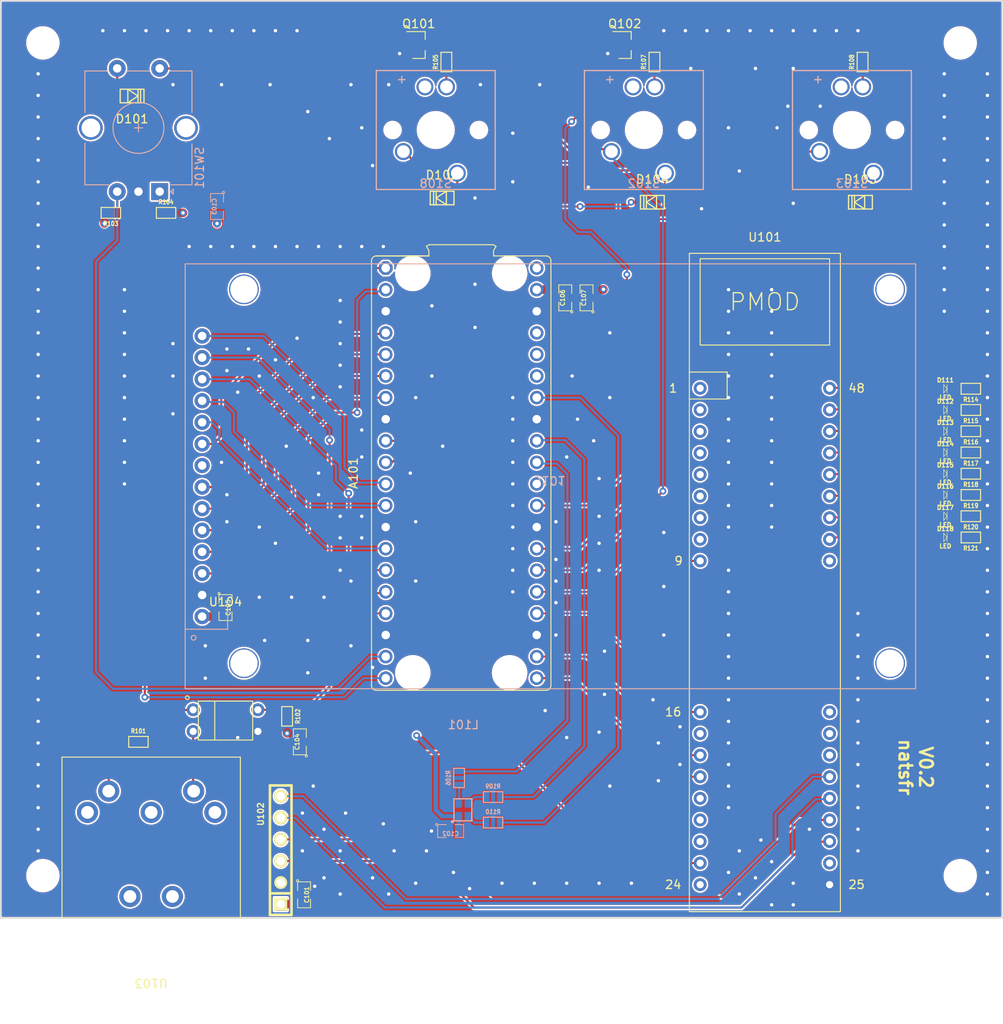
<source format=kicad_pcb>
(kicad_pcb (version 20221018) (generator pcbnew)
  (layers (0 "F.Cu" signal) (1 "In1.Cu" signal) (2 "In2.Cu" signal) (31 "B.Cu" signal) (34 "B.Paste" user) (35 "F.Paste" user) (36 "B.SilkS" user "B.Silkscreen") (37 "F.SilkS" user "F.Silkscreen") (38 "B.Mask" user) (39 "F.Mask" user) (44 "Edge.Cuts" user))
  (net 0 "")
  (net 1 "/SCR_SPI0_MISO")
  (net 2 "/SCR_SPI0_~{CS}")
  (net 3 "GND")
  (net 4 "/SCR_SPI0_SCK")
  (net 5 "/SCR_SPI0_MOSI")
  (net 6 "/SCR_DC_RS")
  (net 7 "/SCR_~{RESET}")
  (net 8 "/TCH_SPI1_~{CS}")
  (net 9 "/MIDI_UART")
  (net 10 "/TCH_SPI0_SCK")
  (net 11 "/TCH_SPI1_MOSI")
  (net 12 "/DSPI_SCK")
  (net 13 "/DSPI_CS")
  (net 14 "/DSPI_MOSI0")
  (net 15 "/DSPI_MOSI1")
  (net 16 "/TCH_SPI1_MISO")
  (net 17 "/TCH_IRQ")
  (net 18 "/KEY_LEDS")
  (net 20 "/ENC_B")
  (net 21 "/ENC_A")
  (net 23 "+3V3")
  (net 25 "+5V")
  (net 26 "/I2S_MCK")
  (net 27 "/I2S_LRCK")
  (net 28 "/I2S_SCK")
  (net 29 "/I2S_SD")
  (net 30 "Net-(R101-Pad1)")
  (net 31 "Net-(R101-Pad2)")
  (net 32 "/ROW_0")
  (net 36 "Net-(U103-Pad5)")
  (net 37 "/ROW_1")
  (net 38 "/COL_0")
  (net 39 "/COL_1")
  (net 40 "Net-(D101-PadA)")
  (net 41 "Net-(D102-PadA)")
  (net 42 "Net-(D104-PadA)")
  (net 43 "Net-(D105-PadA)")
  (net 44 "Net-(R105-Pad1)")
  (net 45 "Net-(D111-PadA)")
  (net 46 "Net-(D111-PadK)")
  (net 47 "Net-(D112-PadA)")
  (net 48 "Net-(D112-PadK)")
  (net 49 "Net-(D113-PadA)")
  (net 50 "Net-(D113-PadK)")
  (net 51 "Net-(D114-PadA)")
  (net 52 "Net-(D114-PadK)")
  (net 53 "Net-(D115-PadA)")
  (net 54 "Net-(D115-PadK)")
  (net 55 "Net-(D116-PadA)")
  (net 56 "Net-(D116-PadK)")
  (net 57 "Net-(D117-PadA)")
  (net 58 "Net-(D117-PadK)")
  (net 59 "Net-(D118-PadA)")
  (net 60 "Net-(D118-PadK)")
  (net 61 "Net-(R107-Pad1)")
  (net 62 "Net-(R108-Pad1)")
  (net 63 "Net-(A101-Pad31)")
  (net 64 "Net-(L101-Pad2)")
  (net 65 "Net-(L101-Pad3)")
  (net 66 "Net-(L101-Pad4)")
  (net 74 "unconnected-(U101-Pad17)")
  (net 76 "unconnected-(U101-Pad21)")
  (net 78 "Net-(Q101-Pad3)")
  (net 84 "Net-(Q102-Pad3)")
  (net 86 "Net-(R109-Pad1)")
  (net 87 "Net-(R110-Pad1)")
  (footprint "Module:Raspberry_Pi_Pico_THT" (layer "F.Cu") (at 132.36 63.5)
    (fp_text reference "A101")
    (fp_text value "RaspberryPi-Pico")
  )
  (footprint "Mounting_Holes:3.45MM_NOTPLATED" (layer "F.Cu") (at 92 37)
    (fp_text reference "REF**" hide)
    (fp_text value "3.45MM_NOTPLATED" hide)
  )
  (footprint "General_SMD:SM0805" (layer "F.Cu") (at 122.25 119.25 90)
    (fp_text reference "C104")
    (fp_text value "4.7uF" hide)
  )
  (footprint "General_SMD:SM0603" (layer "F.Cu") (at 201.25 92.7 180)
    (fp_text reference "R120")
    (fp_text value "470" hide)
  )
  (footprint "General_SMD:SM0805" (layer "F.Cu") (at 156 67 90)
    (fp_text reference "C107")
    (fp_text value "4.7uF" hide)
  )
  (footprint "General_SMD:SM0603" (layer "F.Cu") (at 103.25 119.25)
    (fp_text reference "R101")
    (fp_text value "220" hide)
  )
  (footprint "General_SMD:SOD-123" (layer "F.Cu") (at 188.25 55.75)
    (fp_text reference "D105")
    (fp_text value "BAT43W" hide)
  )
  (footprint "Mounting_Holes:3.45MM_NOTPLATED" (layer "F.Cu") (at 92 135)
    (fp_text reference "REF**" hide)
    (fp_text value "3.45MM_NOTPLATED" hide)
  )
  (footprint "Connectors_Lumberg:Lumberg_010505" (layer "F.Cu") (at 104.75 137.45 180)
    (fp_text reference "U103")
    (fp_text value "Lumberg_0105_05")
  )
  (footprint "General_SMD:LED-0603" (layer "F.Cu") (at 198.25 87.7)
    (fp_text reference "D115")
    (fp_text value "LED")
  )
  (footprint "General_SMD:LED-0603" (layer "F.Cu") (at 198.25 85.2)
    (fp_text reference "D114")
    (fp_text value "LED")
  )
  (footprint "General_SMD:SM0603" (layer "F.Cu") (at 139.5 39.25 90)
    (fp_text reference "R105")
    (fp_text value "220" hide)
  )
  (footprint "General_SMD:SM0603" (layer "F.Cu") (at 201.25 77.7 180)
    (fp_text reference "R114")
    (fp_text value "470" hide)
  )
  (footprint "General_SMD:SM0603" (layer "F.Cu") (at 188.5 39.25 90)
    (fp_text reference "R108")
    (fp_text value "220" hide)
  )
  (footprint "SOT:SOT-23" (layer "F.Cu") (at 136.25 37.25)
    (fp_text reference "Q101")
    (fp_text value "BSS138")
  )
  (footprint "General_SMD:SM0603" (layer "F.Cu") (at 100 57 180)
    (fp_text reference "R103")
    (fp_text value "10k" hide)
  )
  (footprint "Mounting_Holes:3.45MM_NOTPLATED" (layer "F.Cu") (at 200 37)
    (fp_text reference "REF**" hide)
    (fp_text value "3.45MM_NOTPLATED" hide)
  )
  (footprint "General_SMD:SM0603" (layer "F.Cu") (at 201.25 85.2 180)
    (fp_text reference "R117")
    (fp_text value "470" hide)
  )
  (footprint "Optocoupler:TLP620" (layer "F.Cu") (at 113.5 116.75)
    (fp_text reference "U104")
    (fp_text value "Opto-coupler")
  )
  (footprint "General_SMD:LED-0603" (layer "F.Cu") (at 198.25 92.7)
    (fp_text reference "D117")
    (fp_text value "LED")
  )
  (footprint "General_SMD:SOD-123" (layer "F.Cu") (at 139 55.25)
    (fp_text reference "D102")
    (fp_text value "BAT43W" hide)
  )
  (footprint "General_SMD:SM0603" (layer "F.Cu") (at 201.25 82.7 180)
    (fp_text reference "R116")
    (fp_text value "470" hide)
  )
  (footprint "General_SMD:SOD-123" (layer "F.Cu") (at 102.5 43.25 180)
    (fp_text reference "D101")
    (fp_text value "BAT43W" hide)
  )
  (footprint "General_SMD:SM0603" (layer "F.Cu") (at 201.25 95.2 180)
    (fp_text reference "R121")
    (fp_text value "470" hide)
  )
  (footprint "General_SMD:SOD-123" (layer "F.Cu") (at 163.75 55.75)
    (fp_text reference "D104")
    (fp_text value "BAT43W" hide)
  )
  (footprint "General_SMD:LED-0603" (layer "F.Cu") (at 198.25 77.7)
    (fp_text reference "D111")
    (fp_text value "LED")
  )
  (footprint "General_SMD:LED-0603" (layer "F.Cu") (at 198.25 82.7)
    (fp_text reference "D113")
    (fp_text value "LED")
  )
  (footprint "Connectors_254mm:pin_array_6x1" (layer "F.Cu") (at 120 132 90)
    (fp_text reference "U102")
    (fp_text value "CS4344_cheap" hide)
  )
  (footprint "General_SMD:SM0805" (layer "F.Cu") (at 113.5 103.4525 -90)
    (fp_text reference "C105")
    (fp_text value "4.7uF" hide)
  )
  (footprint "General_SMD:SM0805" (layer "F.Cu") (at 153.5 67 90)
    (fp_text reference "C106")
    (fp_text value "4.7uF" hide)
  )
  (footprint "General_SMD:SM0603" (layer "F.Cu") (at 201.25 87.7 180)
    (fp_text reference "R118")
    (fp_text value "470" hide)
  )
  (footprint "General_SMD:SM0603" (layer "F.Cu") (at 201.25 90.2 180)
    (fp_text reference "R119")
    (fp_text value "470" hide)
  )
  (footprint "Mounting_Holes:3.45MM_NOTPLATED" (layer "F.Cu") (at 200 135)
    (fp_text reference "REF**" hide)
    (fp_text value "3.45MM_NOTPLATED" hide)
  )
  (footprint "SOT:SOT-23" (layer "F.Cu") (at 160.5 37.25)
    (fp_text reference "Q102")
    (fp_text value "BSS138")
  )
  (footprint "General_SMD:SM0805" (layer "F.Cu") (at 122.75 137.25 -90)
    (fp_text reference "C101")
    (fp_text value "4.7uF" hide)
  )
  (footprint "Xilinx:MOD_CMOD_S7" (layer "F.Cu") (at 177 100.5)
    (fp_text reference "U101")
    (fp_text value "CMOD_S7")
  )
  (footprint "General_SMD:SM0603" (layer "F.Cu") (at 120.75 116.25 -90)
    (fp_text reference "R102")
    (fp_text value "1k" hide)
  )
  (footprint "General_SMD:SM0603" (layer "F.Cu") (at 164 39.25 90)
    (fp_text reference "R107")
    (fp_text value "220" hide)
  )
  (footprint "General_SMD:LED-0603" (layer "F.Cu") (at 198.25 95.2)
    (fp_text reference "D118")
    (fp_text value "LED")
  )
  (footprint "General_SMD:SM0603" (layer "F.Cu") (at 201.25 80.2 180)
    (fp_text reference "R115")
    (fp_text value "470" hide)
  )
  (footprint "General_SMD:LED-0603" (layer "F.Cu") (at 198.25 90.2)
    (fp_text reference "D116")
    (fp_text value "LED")
  )
  (footprint "General_SMD:SM0603" (layer "F.Cu") (at 106.5 57)
    (fp_text reference "R104")
    (fp_text value "10k" hide)
  )
  (footprint "General_SMD:LED-0603" (layer "F.Cu") (at 198.25 80.2)
    (fp_text reference "D112")
    (fp_text value "LED")
  )
  (footprint "Cherry:MX1A-x1-xW" (layer "B.Cu") (at 162.75 47.25)
    (fp_text reference "S102")
    (fp_text value "MX1A-x1-xW")
  )
  (footprint "Screens:ILI9341_MSP2807" (layer "B.Cu") (at 151.75 88)
    (fp_text reference "J101")
    (fp_text value "Conn_01x14")
  )
  (footprint "Rotary_Encoder:RotaryEncoder_Alps_EC12E-Switch_Vertical_H20mm_CircularMountingHoles" (layer "B.Cu") (at 105.75 54.5 90)
    (fp_text reference "SW101")
    (fp_text value "RotaryEncoder_Switch")
  )
  (footprint "General_SMD:SM0603" (layer "B.Cu") (at 141 123.5 -90)
    (fp_text reference "R106")
    (fp_text value "220" hide)
  )
  (footprint "General_SMD:SM0805" (layer "B.Cu") (at 140 129.75)
    (fp_text reference "C102")
    (fp_text value "4.7uF" hide)
  )
  (footprint "General_SMD:SM0603" (layer "B.Cu") (at 145 125.75 180)
    (fp_text reference "R109")
    (fp_text value "220" hide)
  )
  (footprint "Cherry:MX1A-x1-xW" (layer "B.Cu") (at 138.25 47.25)
    (fp_text reference "S108")
    (fp_text value "MX1A-x1-xW")
  )
  (footprint "General_SMD:SM0603" (layer "B.Cu") (at 145 128.75 180)
    (fp_text reference "R110")
    (fp_text value "220" hide)
  )
  (footprint "Cherry:MX1A-x1-xW" (layer "B.Cu") (at 187.25 47.25)
    (fp_text reference "S103")
    (fp_text value "MX1A-x1-xW")
  )
  (footprint "General_SMD:SM0805" (layer "B.Cu") (at 112.5 56.25 -90)
    (fp_text reference "C103")
    (fp_text value "4.7uF" hide)
  )
  (footprint "Cree:CLMVC-FKA_RGBLED" (layer "B.Cu") (at 141.5 127.25 180)
    (fp_text reference "L101")
    (fp_text value "LED_RGB")
  )
  (gr_rect (start 87 32) (end 205 140) (stroke (width 0.1)) (fill none) (layer "Edge.Cuts"))
  (gr_text "V0.2\nnatsfr" (at 194.75 122.25 270) (layer "F.SilkS") (effects (font (size 1.5 1.5) (thickness 0.3))))
  (segment (start 110.75 84.19) (end 112.06 84.19) (width 0.25) (layer "F.Cu") (net 1))
  (segment (start 128 63.5) (end 132.36 63.5) (width 0.25) (layer "F.Cu") (net 1))
  (segment (start 113 78.5) (end 128 63.5) (width 0.25) (layer "F.Cu") (net 1))
  (segment (start 112.06 84.19) (end 113 83.25) (width 0.25) (layer "F.Cu") (net 1))
  (segment (start 113 83.25) (end 113 78.5) (width 0.25) (layer "F.Cu") (net 1))
  (segment (start 126.25 80.5) (end 129 80.5) (width 0.25) (layer "F.Cu") (net 2))
  (segment (start 123.25 83.5) (end 126.25 80.5) (width 0.25) (layer "F.Cu") (net 2))
  (segment (start 123.25 94.5) (end 123.25 83.5) (width 0.25) (layer "F.Cu") (net 2))
  (segment (start 118.32 99.43) (end 123.25 94.5) (width 0.25) (layer "F.Cu") (net 2))
  (segment (start 110.75 99.43) (end 118.32 99.43) (width 0.25) (layer "F.Cu") (net 2))
  (via (at 129 80.5) (size 0.8) (drill 0.4) (layers "F.Cu" "B.Cu") (net 2))
  (segment (start 129 67.25) (end 130 66.25) (width 0.25) (layer "B.Cu") (net 2))
  (segment (start 132.15 66.25) (end 132.36 66.04) (width 0.25) (layer "B.Cu") (net 2))
  (segment (start 130 66.25) (end 132.15 66.25) (width 0.25) (layer "B.Cu") (net 2))
  (segment (start 129 80.5) (end 129 67.25) (width 0.25) (layer "B.Cu") (net 2))
  (segment (start 134.05 38.2) (end 134 38.25) (width 0.25) (layer "F.Cu") (net 3))
  (segment (start 122.75 136.2975) (end 123.9525 136.2975) (width 0.25) (layer "F.Cu") (net 3))
  (segment (start 159.5 38.2) (end 158.55 38.2) (width 0.25) (layer "F.Cu") (net 3))
  (segment (start 135.25 38.2) (end 134.05 38.2) (width 0.25) (layer "F.Cu") (net 3))
  (segment (start 123.9525 136.2975) (end 124 136.25) (width 0.25) (layer "F.Cu") (net 3))
  (segment (start 158.55 38.2) (end 158.5 38.25) (width 0.25) (layer "F.Cu") (net 3))
  (via (at 132.08 60.96) (size 0.8) (drill 0.4) (layers "F.Cu" "B.Cu") (net 3))
  (via (at 158.115 113.665) (size 0.8) (drill 0.4) (layers "F.Cu" "B.Cu") (net 3))
  (via (at 132.715 137.16) (size 0.8) (drill 0.4) (layers "F.Cu" "B.Cu") (net 3))
  (via (at 172.72 73.66) (size 0.8) (drill 0.4) (layers "F.Cu" "B.Cu") (net 3))
  (via (at 125.095 135.255) (size 0.8) (drill 0.4) (layers "F.Cu" "B.Cu") (net 3))
  (via (at 172.72 93.98) (size 0.8) (drill 0.4) (layers "F.Cu" "B.Cu") (net 3))
  (via (at 113.03 41.91) (size 0.8) (drill 0.4) (layers "F.Cu" "B.Cu") (net 3))
  (via (at 121.92 71.755) (size 0.8) (drill 0.4) (layers "F.Cu" "B.Cu") (net 3))
  (via (at 177.8 133.35) (size 0.8) (drill 0.4) (layers "F.Cu" "B.Cu") (net 3))
  (via (at 177.8 66.04) (size 0.8) (drill 0.4) (layers "F.Cu" "B.Cu") (net 3))
  (via (at 198.12 50.8) (size 0.8) (drill 0.4) (layers "F.Cu" "B.Cu") (net 3))
  (via (at 101.6 71.12) (size 0.8) (drill 0.4) (layers "F.Cu" "B.Cu") (net 3))
  (via (at 177.8 88.9) (size 0.8) (drill 0.4) (layers "F.Cu" "B.Cu") (net 3))
  (via (at 157.48 99.06) (size 0.8) (drill 0.4) (layers "F.Cu" "B.Cu") (net 3))
  (via (at 198.12 48.26) (size 0.8) (drill 0.4) (layers "F.Cu" "B.Cu") (net 3))
  (via (at 187.96 116.84) (size 0.8) (drill 0.4) (layers "F.Cu" "B.Cu") (net 3))
  (via (at 91.44 48.26) (size 0.8) (drill 0.4) (layers "F.Cu" "B.Cu") (net 3))
  (via (at 137.795 76.2) (size 0.8) (drill 0.4) (layers "F.Cu" "B.Cu") (net 3))
  (via (at 91.44 106.68) (size 0.8) (drill 0.4) (layers "F.Cu" "B.Cu") (net 3))
  (via (at 127 77.47) (size 0.8) (drill 0.4) (layers "F.Cu" "B.Cu") (net 3))
  (via (at 109.220001 35.56) (size 0.8) (drill 0.4) (layers "F.Cu" "B.Cu") (net 3))
  (via (at 147.32 99.06) (size 0.8) (drill 0.4) (layers "F.Cu" "B.Cu") (net 3))
  (via (at 203.2 127) (size 0.8) (drill 0.4) (layers "F.Cu" "B.Cu") (net 3))
  (via (at 113.665 73.025) (size 0.8) (drill 0.4) (layers "F.Cu" "B.Cu") (net 3))
  (via (at 117.475 76.2) (size 0.8) (drill 0.4) (layers "F.Cu" "B.Cu") (net 3))
  (via (at 142.875 65.405) (size 0.8) (drill 0.4) (layers "F.Cu" "B.Cu") (net 3))
  (via (at 177.8 138.43) (size 0.8) (drill 0.4) (layers "F.Cu" "B.Cu") (net 3))
  (via (at 170.18 35.56) (size 0.8) (drill 0.4) (layers "F.Cu" "B.Cu") (net 3))
  (via (at 147.32 101.6) (size 0.8) (drill 0.4) (layers "F.Cu" "B.Cu") (net 3))
  (via (at 119.38 74.295) (size 0.8) (drill 0.4) (layers "F.Cu" "B.Cu") (net 3))
  (via (at 152.4 97.79) (size 0.8) (drill 0.4) (layers "F.Cu" "B.Cu") (net 3))
  (via (at 203.2 121.92) (size 0.8) (drill 0.4) (layers "F.Cu" "B.Cu") (net 3))
  (via (at 198.12 40.64) (size 0.8) (drill 0.4) (layers "F.Cu" "B.Cu") (net 3))
  (via (at 91.44 55.88) (size 0.8) (drill 0.4) (layers "F.Cu" "B.Cu") (net 3))
  (via (at 111.76 60.96) (size 0.8) (drill 0.4) (layers "F.Cu" "B.Cu") (net 3))
  (via (at 127 92.71) (size 0.8) (drill 0.4) (layers "F.Cu" "B.Cu") (net 3))
  (via (at 172.72 124.46) (size 0.8) (drill 0.4) (layers "F.Cu" "B.Cu") (net 3))
  (via (at 187.96 129.54) (size 0.8) (drill 0.4) (layers "F.Cu" "B.Cu") (net 3))
  (via (at 172.72 46.99) (size 0.8) (drill 0.4) (layers "F.Cu" "B.Cu") (net 3))
  (via (at 121.920001 60.959999) (size 0.8) (drill 0.4) (layers "F.Cu" "B.Cu") (net 3))
  (via (at 173.99 52.07) (size 0.8) (drill 0.4) (layers "F.Cu" "B.Cu") (net 3))
  (via (at 113.665 90.17) (size 0.8) (drill 0.4) (layers "F.Cu" "B.Cu") (net 3))
  (via (at 116.84 35.56) (size 0.8) (drill 0.4) (layers "F.Cu" "B.Cu") (net 3))
  (via (at 182.88 35.56) (size 0.8) (drill 0.4) (layers "F.Cu" "B.Cu") (net 3))
  (via (at 168.275 40.005) (size 0.8) (drill 0.4) (layers "F.Cu" "B.Cu") (net 3))
  (via (at 101.6 83.82) (size 0.8) (drill 0.4) (layers "F.Cu" "B.Cu") (net 3))
  (via (at 127 137.16) (size 0.8) (drill 0.4) (layers "F.Cu" "B.Cu") (net 3))
  (via (at 91.44 96.52) (size 0.8) (drill 0.4) (layers "F.Cu" "B.Cu") (net 3))
  (via (at 177.8 73.66) (size 0.8) (drill 0.4) (layers "F.Cu" "B.Cu") (net 3))
  (via (at 129.539999 60.959999) (size 0.8) (drill 0.4) (layers "F.Cu" "B.Cu") (net 3))
  (via (at 99.060001 35.56) (size 0.8) (drill 0.4) (layers "F.Cu" "B.Cu") (net 3))
  (via (at 91.44 58.42) (size 0.8) (drill 0.4) (layers "F.Cu" "B.Cu") (net 3))
  (via (at 124 136.25) (size 0.8) (drill 0.4) (layers "F.Cu" "B.Cu") (net 3))
  (via (at 137.16 132.08) (size 0.8) (drill 0.4) (layers "F.Cu" "B.Cu") (net 3))
  (via (at 106.68 35.56) (size 0.8) (drill 0.4) (layers "F.Cu" "B.Cu") (net 3))
  (via (at 135.89 93.345) (size 0.8) (drill 0.4) (layers "F.Cu" "B.Cu") (net 3))
  (via (at 114.3 35.56) (size 0.8) (drill 0.4) (layers "F.Cu" "B.Cu") (net 3))
  (via (at 132.08 128.905) (size 0.8) (drill 0.4) (layers "F.Cu" "B.Cu") (net 3))
  (via (at 180.34 135.89) (size 0.8) (drill 0.4) (layers "F.Cu" "B.Cu") (net 3))
  (via (at 152.4 93.345) (size 0.8) (drill 0.4) (layers "F.Cu" "B.Cu") (net 3))
  (via (at 118.745 41.91) (size 0.8) (drill 0.4) (layers "F.Cu" "B.Cu") (net 3))
  (via (at 203.2 45.72) (size 0.8) (drill 0.4) (layers "F.Cu" "B.Cu") (net 3))
  (via (at 180.34 40.005) (size 0.8) (drill 0.4) (layers "F.Cu" "B.Cu") (net 3))
  (via (at 198.12 55.88) (size 0.8) (drill 0.4) (layers "F.Cu" "B.Cu") (net 3))
  (via (at 203.2 134.62) (size 0.8) (drill 0.4) (layers "F.Cu" "B.Cu") (net 3))
  (via (at 151.13 115.57) (size 0.8) (drill 0.4) (layers "F.Cu" "B.Cu") (net 3))
  (via (at 128.27 100.33) (size 0.8) (drill 0.4) (layers "F.Cu" "B.Cu") (net 3))
  (via (at 114.935 78.105) (size 0.8) (drill 0.4) (layers "F.Cu" "B.Cu") (net 3))
  (via (at 121.92 35.56) (size 0.8) (drill 0.4) (layers "F.Cu" "B.Cu") (net 3))
  (via (at 127 99.06) (size 0.8) (drill 0.4) (layers "F.Cu" "B.Cu") (net 3))
  (via (at 172.72 109.22) (size 0.8) (drill 0.4) (layers "F.Cu" "B.Cu") (net 3))
  (via (at 146.05 135.89) (size 0.8) (drill 0.4) (layers "F.Cu" "B.Cu") (net 3))
  (via (at 172.72 91.44) (size 0.8) (drill 0.4) (layers "F.Cu" "B.Cu") (net 3))
  (via (at 157.48 118.11) (size 0.8) (drill 0.4) (layers "F.Cu" "B.Cu") (net 3))
  (via (at 187.96 127) (size 0.8) (drill 0.4) (layers "F.Cu" "B.Cu") (net 3))
  (via (at 120.65 84.455) (size 0.8) (drill 0.4) (layers "F.Cu" "B.Cu") (net 3))
  (via (at 203.2 88.9) (size 0.8) (drill 0.4) (layers "F.Cu" "B.Cu") (net 3))
  (via (at 119.379999 35.559999) (size 0.8) (drill 0.4) (layers "F.Cu" "B.Cu") (net 3))
  (via (at 187.96 109.22) (size 0.8) (drill 0.4) (layers "F.Cu" "B.Cu") (net 3))
  (via (at 124.46 87.63) (size 0.8) (drill 0.4) (layers "F.Cu" "B.Cu") (net 3))
  (via (at 91.44 50.8) (size 0.8) (drill 0.4) (layers "F.Cu" "B.Cu") (net 3))
  (via (at 127.635 127.635) (size 0.8) (drill 0.4) (layers "F.Cu" "B.Cu") (net 3))
  (via (at 124.46 60.96) (size 0.8) (drill 0.4) (layers "F.Cu" "B.Cu") (net 3))
  (via (at 91.44 60.96) (size 0.8) (drill 0.4) (layers "F.Cu" "B.Cu") (net 3))
  (via (at 91.44 40.64) (size 0.8) (drill 0.4) (layers "F.Cu" "B.Cu") (net 3))
  (via (at 187.96 114.3) (size 0.8) (drill 0.4) (layers "F.Cu" "B.Cu") (net 3))
  (via (at 135.255 87.63) (size 0.8) (drill 0.4) (layers "F.Cu" "B.Cu") (net 3))
  (via (at 165.1 94.615) (size 0.8) (drill 0.4) (layers "F.Cu" "B.Cu") (net 3))
  (via (at 91.44 101.6) (size 0.8) (drill 0.4) (layers "F.Cu" "B.Cu") (net 3))
  (via (at 156.21 53.975) (size 0.8) (drill 0.4) (layers "F.Cu" "B.Cu") (net 3))
  (via (at 125.095 102.235) (size 0.8) (drill 0.4) (layers "F.Cu" "B.Cu") (net 3))
  (via (at 165.1 100.965) (size 0.8) (drill 0.4) (layers "F.Cu" "B.Cu") (net 3))
  (via (at 127 74.93) (size 0.8) (drill 0.4) (layers "F.Cu" "B.Cu") (net 3))
  (via (at 147.32 88.9) (size 0.8) (drill 0.4) (layers "F.Cu" "B.Cu") (net 3))
  (via (at 203.2 116.84) (size 0.8) (drill 0.4) (layers "F.Cu" "B.Cu") (net 3))
  (via (at 172.72 104.14) (size 0.8) (drill 0.4) (layers "F.Cu" "B.Cu") (net 3))
  (via (at 153.67 118.745) (size 0.8) (drill 0.4) (layers "F.Cu" "B.Cu") (net 3))
  (via (at 158.75 71.12) (size 0.8) (drill 0.4) (layers "F.Cu" "B.Cu") (net 3))
  (via (at 187.96 104.14) (size 0.8) (drill 0.4) (layers "F.Cu" "B.Cu") (net 3))
  (via (at 124.46 90.17) (size 0.8) (drill 0.4) (layers "F.Cu" "B.Cu") (net 3))
  (via (at 203.2 106.68) (size 0.8) (drill 0.4) (layers "F.Cu" "B.Cu") (net 3))
  (via (at 121.285 102.235) (size 0.8) (drill 0.4) (layers "F.Cu" "B.Cu") (net 3))
  (via (at 177.8 78.74) (size 0.8) (drill 0.4) (layers "F.Cu" "B.Cu") (net 3))
  (via (at 203.2 48.26) (size 0.8) (drill 0.4) (layers "F.Cu" "B.Cu") (net 3))
  (via (at 91.44 91.44) (size 0.8) (drill 0.4) (layers "F.Cu" "B.Cu") (net 3))
  (via (at 91.44 129.54) (size 0.8) (drill 0.4) (layers "F.Cu" "B.Cu") (net 3))
  (via (at 142.875 55.245) (size 0.8) (drill 0.4) (layers "F.Cu" "B.Cu") (net 3))
  (via (at 91.44 78.74) (size 0.8) (drill 0.4) (layers "F.Cu" "B.Cu") (net 3))
  (via (at 203.2 66.04) (size 0.8) (drill 0.4) (layers "F.Cu" "B.Cu") (net 3))
  (via (at 113.665 93.345) (size 0.8) (drill 0.4) (layers "F.Cu" "B.Cu") (net 3))
  (via (at 173.99 132.08) (size 0.8) (drill 0.4) (layers "F.Cu" "B.Cu") (net 3))
  (via (at 172.72 116.84) (size 0.8) (drill 0.4) (layers "F.Cu" "B.Cu") (net 3))
  (via (at 157.48 95.885) (size 0.8) (drill 0.4) (layers "F.Cu" "B.Cu") (net 3))
  (via (at 173.99 137.16) (size 0.8) (drill 0.4) (layers "F.Cu" "B.Cu") (net 3))
  (via (at 157.48 92.71) (size 0.8) (drill 0.4) (layers "F.Cu" "B.Cu") (net 3))
  (via (at 133.35 132.08) (size 0.8) (drill 0.4) (layers "F.Cu" "B.Cu") (net 3))
  (via (at 175.895 135.255) (size 0.8) (drill 0.4) (layers "F.Cu" "B.Cu") (net 3))
  (via (at 165.1 106.68) (size 0.8) (drill 0.4) (layers "F.Cu" "B.Cu") (net 3))
  (via (at 177.8 86.36) (size 0.8) (drill 0.4) (layers "F.Cu" "B.Cu") (net 3))
  (via (at 177.8 68.58) (size 0.8) (drill 0.4) (layers "F.Cu" "B.Cu") (net 3))
  (via (at 91.44 83.82) (size 0.8) (drill 0.4) (layers "F.Cu" "B.Cu") (net 3))
  (via (at 203.2 83.82) (size 0.8) (drill 0.4) (layers "F.Cu" "B.Cu") (net 3))
  (via (at 91.44 88.9) (size 0.8) (drill 0.4) (layers "F.Cu" "B.Cu") (net 3))
  (via (at 177.8 83.82) (size 0.8) (drill 0.4) (layers "F.Cu" "B.Cu") (net 3))
  (via (at 147.32 53.34) (size 0.8) (drill 0.4) (layers "F.Cu" "B.Cu") (net 3))
  (via (at 203.2 63.5) (size 0.8) (drill 0.4) (layers "F.Cu" "B.Cu") (net 3))
  (via (at 198.12 58.42) (size 0.8) (drill 0.4) (layers "F.Cu" "B.Cu") (net 3))
  (via (at 101.6 78.74) (size 0.8) (drill 0.4) (layers "F.Cu" "B.Cu") (net 3))
  (via (at 177.8 76.2) (size 0.8) (drill 0.4) (layers "F.Cu" "B.Cu") (net 3))
  (via (at 203.2 129.54) (size 0.8) (drill 0.4) (layers "F.Cu" "B.Cu") (net 3))
  (via (at 139.065 84.455) (size 0.8) (drill 0.4) (layers "F.Cu" "B.Cu") (net 3))
  (via (at 91.44 114.3) (size 0.8) (drill 0.4) (layers "F.Cu" "B.Cu") (net 3))
  (via (at 129.54 92.71) (size 0.8) (drill 0.4) (layers "F.Cu" "B.Cu") (net 3))
  (via (at 129.54 85.725) (size 0.8) (drill 0.4) (layers "F.Cu" "B.Cu") (net 3))
  (via (at 152.4 102.87) (size 0.8) (drill 0.4) (layers "F.Cu" "B.Cu") (net 3))
  (via (at 91.44 99.06) (size 0.8) (drill 0.4) (layers "F.Cu" "B.Cu") (net 3))
  (via (at 203.2 119.38) (size 0.8) (drill 0.4) (layers "F.Cu" "B.Cu") (net 3))
  (via (at 179.705 44.45) (size 0.8) (drill 0.4) (layers "F.Cu" "B.Cu") (net 3))
  (via (at 203.2 114.3) (size 0.8) (drill 0.4) (layers "F.Cu" "B.Cu") (net 3))
  (via (at 203.2 43.18) (size 0.8) (drill 0.4) (layers "F.Cu" "B.Cu") (net 3))
  (via (at 203.2 58.42) (size 0.8) (drill 0.4) (layers "F.Cu" "B.Cu") (net 3))
  (via (at 91.44 93.98) (size 0.8) (drill 0.4) (layers "F.Cu" "B.Cu") (net 3))
  (via (at 165.100001 35.56) (size 0.8) (drill 0.4) (layers "F.Cu" "B.Cu") (net 3))
  (via (at 203.2 104.14) (size 0.8) (drill 0.4) (layers "F.Cu" "B.Cu") (net 3))
  (via (at 143.51 41.91) (size 0.8) (drill 0.4) (layers "F.Cu" "B.Cu") (net 3))
  (via (at 183.515 44.45) (size 0.8) (drill 0.4) (layers "F.Cu" "B.Cu") (net 3))
  (via (at 130.81 135.255) (size 0.8) (drill 0.4) (layers "F.Cu" "B.Cu") (net 3))
  (via (at 117.475 93.98) (size 0.8) (drill 0.4) (layers "F.Cu" "B.Cu") (net 3))
  (via (at 91.44 71.12) (size 0.8) (drill 0.4) (layers "F.Cu" "B.Cu") (net 3))
  (via (at 122.555 127.635) (size 0.8) (drill 0.4) (layers "F.Cu" "B.Cu") (net 3))
  (via (at 177.800001 35.559999) (size 0.8) (drill 0.4) (layers "F.Cu" "B.Cu") (net 3))
  (via (at 175.895 40.005) (size 0.8) (drill 0.4) (layers "F.Cu" "B.Cu") (net 3))
  (via (at 122.555 132.08) (size 0.8) (drill 0.4) (layers "F.Cu" "B.Cu") (net 3))
  (via (at 203.2 73.66) (size 0.8) (drill 0.4) (layers "F.Cu" "B.Cu") (net 3))
  (via (at 111.125 107.95) (size 0.8) (drill 0.4) (layers "F.Cu" "B.Cu") (net 3))
  (via (at 198.12 60.96) (size 0.8) (drill 0.4) (layers "F.Cu" "B.Cu") (net 3))
  (via (at 172.72 111.76) (size 0.8) (drill 0.4) (layers "F.Cu" "B.Cu") (net 3))
  (via (at 203.2 40.64) (size 0.8) (drill 0.4) (layers "F.Cu" "B.Cu") (net 3))
  (via (at 132.715 41.91) (size 0.8) (drill 0.4) (layers "F.Cu" "B.Cu") (net 3))
  (via (at 203.2 78.74) (size 0.8) (drill 0.4) (layers "F.Cu" "B.Cu") (net 3))
  (via (at 203.2 68.58) (size 0.8) (drill 0.4) (layers "F.Cu" "B.Cu") (net 3))
  (via (at 107.315 72.39) (size 0.8) (drill 0.4) (layers "F.Cu" "B.Cu") (net 3))
  (via (at 127 60.96) (size 0.8) (drill 0.4) (layers "F.Cu" "B.Cu") (net 3))
  (via (at 156.845 83.82) (size 0.8) (drill 0.4) (layers "F.Cu" "B.Cu") (net 3))
  (via (at 149.86 135.89) (size 0.8) (drill 0.4) (layers "F.Cu" "B.Cu") (net 3))
  (via (at 91.44 116.84) (size 0.8) (drill 0.4) (layers "F.Cu" "B.Cu") (net 3))
  (via (at 172.72 71.12) (size 0.8) (drill 0.4) (layers "F.Cu" "B.Cu") (net 3))
  (via (at 198.12 68.58) (size 0.8) (drill 0.4) (layers "F.Cu" "B.Cu") (net 3))
  (via (at 198.12 45.72) (size 0.8) (drill 0.4) (layers "F.Cu" "B.Cu") (net 3))
  (via (at 135.89 135.89) (size 0.8) (drill 0.4) (layers "F.Cu" "B.Cu") (net 3))
  (via (at 137.795 67.945) (size 0.8) (drill 0.4) (layers "F.Cu" "B.Cu") (net 3))
  (via (at 187.96 35.56) (size 0.8) (drill 0.4) (layers "F.Cu" "B.Cu") (net 3))
  (via (at 203.2 99.06) (size 0.8) (drill 0.4) (layers "F.Cu" "B.Cu") (net 3))
  (via (at 153.67 85.725) (size 0.8) (drill 0.4) (layers "F.Cu" "B.Cu") (net 3))
  (via (at 180.34 138.43) (size 0.8) (drill 0.4) (layers "F.Cu" "B.Cu") (net 3))
  (via (at 203.2 101.6) (size 0.8) (drill 0.4) (layers "F.Cu" "B.Cu") (net 3))
  (via (at 91.44 76.2) (size 0.8) (drill 0.4) (layers "F.Cu" "B.Cu") (net 3))
  (via (at 172.72 114.3) (size 0.8) (drill 0.4) (layers "F.Cu" "B.Cu") (net 3))
  (via (at 178.435 46.99) (size 0.8) (drill 0.4) (layers "F.Cu" "B.Cu") (net 3))
  (via (at 91.44 119.38) (size 0.8) (drill 0.4) (layers "F.Cu" "B.Cu") (net 3))
  (via (at 123.825 124.46) (size 0.8) (drill 0.4) (layers "F.Cu" "B.Cu") (net 3))
  (via (at 152.4 106.68) (size 0.8) (drill 0.4) (layers "F.Cu" "B.Cu") (net 3))
  (via (at 180.34 35.56) (size 0.8) (drill 0.4) (layers "F.Cu" "B.Cu") (net 3))
  (via (at 101.6 73.66) (size 0.8) (drill 0.4) (layers "F.Cu" "B.Cu") (net 3))
  (via (at 91.44 53.34) (size 0.8) (drill 0.4) (layers "F.Cu" "B.Cu") (net 3))
  (via (at 128.27 107.95) (size 0.8) (drill 0.4) (layers "F.Cu" "B.Cu") (net 3))
  (via (at 114.935 118.745) (size 0.8) (drill 0.4) (layers "F.Cu" "B.Cu") (net 3))
  (via (at 101.6 88.9) (size 0.8) (drill 0.4) (layers "F.Cu" "B.Cu") (net 3))
  (via (at 147.32 91.44) (size 0.8) (drill 0.4) (layers "F.Cu" "B.Cu") (net 3))
  (via (at 203.2 111.76) (size 0.8) (drill 0.4) (layers "F.Cu" "B.Cu") (net 3))
  (via (at 147.32 83.82) (size 0.8) (drill 0.4) (layers "F.Cu" "B.Cu") (net 3))
  (via (at 91.44 127) (size 0.8) (drill 0.4) (layers "F.Cu" "B.Cu") (net 3))
  (via (at 157.48 135.89) (size 0.8) (drill 0.4) (layers "F.Cu" "B.Cu") (net 3))
  (via (at 163.83 114.3) (size 0.8) (drill 0.4) (layers "F.Cu" "B.Cu") (net 3))
  (via (at 203.2 96.52) (size 0.8) (drill 0.4) (layers "F.Cu" "B.Cu") (net 3))
  (via (at 182.245 129.54) (size 0.8) (drill 0.4) (layers "F.Cu" "B.Cu") (net 3))
  (via (at 130.81 51.435) (size 0.8) (drill 0.4) (layers "F.Cu" "B.Cu") (net 3))
  (via (at 91.44 121.92) (size 0.8) (drill 0.4) (layers "F.Cu" "B.Cu") (net 3))
  (via (at 175.260001 35.56) (size 0.8) (drill 0.4) (layers "F.Cu" "B.Cu") (net 3))
  (via (at 177.8 93.98) (size 0.8) (drill 0.4) (layers "F.Cu" "B.Cu") (net 3))
  (via (at 127 132.08) (size 0.8) (drill 0.4) (layers "F.Cu" "B.Cu") (net 3))
  (via (at 185.419999 35.559999) (size 0.8) (drill 0.4) (layers "F.Cu" "B.Cu") (net 3))
  (via (at 172.72 88.9) (size 0.8) (drill 0.4) (layers "F.Cu" "B.Cu") (net 3))
  (via (at 167.005 121.92) (size 0.8) (drill 0.4) (layers "F.Cu" "B.Cu") (net 3))
  (via (at 111.760001 35.559999) (size 0.8) (drill 0.4) (layers "F.Cu" "B.Cu") (net 3))
  (via (at 107.315 76.2) (size 0.8) (drill 0.4) (layers "F.Cu" "B.Cu") (net 3))
  (via (at 153.67 135.89) (size 0.8) (drill 0.4) (layers "F.Cu" "B.Cu") (net 3))
  (via (at 154.94 81.28) (size 0.8) (drill 0.4) (layers "F.Cu" "B.Cu") (net 3))
  (via (at 147.32 81.28) (size 0.8) (drill 0.4) (layers "F.Cu" "B.Cu") (net 3))
  (via (at 187.96 111.76) (size 0.8) (drill 0.4) (layers "F.Cu" "B.Cu") (net 3))
  (via (at 158.75 124.46) (size 0.8) (drill 0.4) (layers "F.Cu" "B.Cu") (net 3))
  (via (at 203.2 81.28) (size 0.8) (drill 0.4) (layers "F.Cu" "B.Cu") (net 3))
  (via (at 113.665 75.565) (size 0.8) (drill 0.4) (layers "F.Cu" "B.Cu") (net 3))
  (via (at 203.2 132.08) (size 0.8) (drill 0.4) (layers "F.Cu" "B.Cu") (net 3))
  (via (at 113.03 86.36) (size 0.8) (drill 0.4) (layers "F.Cu" "B.Cu") (net 3))
  (via (at 135.89 100.33) (size 0.8) (drill 0.4) (layers "F.Cu" "B.Cu") (net 3))
  (via (at 101.6 66.04) (size 0.8) (drill 0.4) (layers "F.Cu" "B.Cu") (net 3))
  (via (at 129.54 82.55) (size 0.8) (drill 0.4) (layers "F.Cu" "B.Cu") (net 3))
  (via (at 116.205 73.025) (size 0.8) (drill 0.4) (layers "F.Cu" "B.Cu") (net 3))
  (via (at 125.095 129.54) (size 0.8) (drill 0.4) (layers "F.Cu" "B.Cu") (net 3))
  (via (at 158.5 38.25) (size 0.8) (drill 0.4) (layers "F.Cu" "B.Cu") (net 3))
  (via (at 172.72 99.06) (size 0.8) (drill 0.4) (layers "F.Cu" "B.Cu") (net 3))
  (via (at 134 38.25) (size 0.8) (drill 0.4) (layers "F.Cu" "B.Cu") (net 3))
  (via (at 187.96 121.92) (size 0.8) (drill 0.4) (layers "F.Cu" "B.Cu") (net 3))
  (via (at 128.27 41.91) (size 0.8) (drill 0.4) (layers "F.Cu" "B.Cu") (net 3))
  (via (at 125.73 48.26) (size 0.8) (drill 0.4) (layers "F.Cu" "B.Cu") (net 3))
  (via (at 119.380001 60.96) (size 0.8) (drill 0.4) (layers "F.Cu" "B.Cu") (net 3))
  (via (at 187.96 106.68) (size 0.8) (drill 0.4) (layers "F.Cu" "B.Cu") (net 3))
  (via (at 123.825 78.74) (size 0.8) (drill 0.4) (layers "F.Cu" "B.Cu") (net 3))
  (via (at 172.72 66.04) (size 0.8) (drill 0.4) (layers "F.Cu" "B.Cu") (net 3))
  (via (at 203.2 137.16) (size 0.8) (drill 0.4) (layers "F.Cu" "B.Cu") (net 3))
  (via (at 203.2 86.36) (size 0.8) (drill 0.4) (layers "F.Cu" "B.Cu") (net 3))
  (via (at 130.81 110.49) (size 0.8) (drill 0.4) (layers "F.Cu" "B.Cu") (net 3))
  (via (at 127 69.85) (size 0.8) (drill 0.4) (layers "F.Cu" "B.Cu") (net 3))
  (via (at 177.8 81.28) (size 0.8) (drill 0.4) (layers "F.Cu" "B.Cu") (net 3))
  (via (at 104.14 35.56) (size 0.8) (drill 0.4) (layers "F.Cu" "B.Cu") (net 3))
  (via (at 187.96 132.08) (size 0.8) (drill 0.4) (layers "F.Cu" "B.Cu") (net 3))
  (via (at 91.44 63.5) (size 0.8) (drill 0.4) (layers "F.Cu" "B.Cu") (net 3))
  (via (at 140.335 134.62) (size 0.8) (drill 0.4) (layers "F.Cu" "B.Cu") (net 3))
  (via (at 150.495 41.91) (size 0.8) (drill 0.4) (layers "F.Cu" "B.Cu") (net 3))
  (via (at 172.72 81.28) (size 0.8) (drill 0.4) (layers "F.Cu" "B.Cu") (net 3))
  (via (at 101.6 86.36) (size 0.8) (drill 0.4) (layers "F.Cu" "B.Cu") (net 3))
  (via (at 177.8 71.12) (size 0.8) (drill 0.4) (layers "F.Cu" "B.Cu") (net 3))
  (via (at 187.96 124.46) (size 0.8) (drill 0.4) (layers "F.Cu" "B.Cu") (net 3))
  (via (at 164.465 123.825) (size 0.8) (drill 0.4) (layers "F.Cu" "B.Cu") (net 3))
  (via (at 91.44 124.46) (size 0.8) (drill 0.4) (layers "F.Cu" "B.Cu") (net 3))
  (via (at 172.72 119.38) (size 0.8) (drill 0.4) (layers "F.Cu" "B.Cu") (net 3))
  (via (at 172.72 76.2) (size 0.8) (drill 0.4) (layers "F.Cu" "B.Cu") (net 3))
  (via (at 137.75 129.75) (size 0.8) (drill 0.4) (layers "F.Cu" "B.Cu") (net 3))
  (via (at 91.44 104.14) (size 0.8) (drill 0.4) (layers "F.Cu" "B.Cu") (net 3))
  (via (at 172.72 78.74) (size 0.8) (drill 0.4) (layers "F.Cu" "B.Cu") (net 3))
  (via (at 107.315 41.91) (size 0.8) (drill 0.4) (layers "F.Cu" "B.Cu") (net 3))
  (via (at 91.44 45.72) (size 0.8) (drill 0.4) (layers "F.Cu" "B.Cu") (net 3))
  (via (at 91.44 68.58) (size 0.8) (drill 0.4) (layers "F.Cu" "B.Cu") (net 3))
  (via (at 172.72 35.56) (size 0.8) (drill 0.4) (layers "F.Cu" "B.Cu") (net 3))
  (via (at 172.72 134.62) (size 0.8) (drill 0.4) (layers "F.Cu" "B.Cu") (net 3))
  (via (at 198.12 43.18) (size 0.8) (drill 0.4) (layers "F.Cu" "B.Cu") (net 3))
  (via (at 91.44 81.28) (size 0.8) (drill 0.4) (layers "F.Cu" "B.Cu") (net 3))
  (via (at 203.2 76.2) (size 0.8) (drill 0.4) (layers "F.Cu" "B.Cu") (net 3))
  (via (at 157.48 88.265) (size 0.8) (drill 0.4) (layers "F.Cu" "B.Cu") (net 3))
  (via (at 91.44 73.66) (size 0.8) (drill 0.4) (layers "F.Cu" "B.Cu") (net 3))
  (via (at 172.72 83.82) (size 0.8) (drill 0.4) (layers "F.Cu" "B.Cu") (net 3))
  (via (at 164.465 119.38) (size 0.8) (drill 0.4) (layers "F.Cu" "B.Cu") (net 3))
  (via (at 203.2 109.22) (size 0.8) (drill 0.4) (layers "F.Cu" "B.Cu") (net 3))
  (via (at 91.44 66.04) (size 0.8) (drill 0.4) (layers "F.Cu" "B.Cu") (net 3))
  (via (at 154.305 76.2) (size 0.8) (drill 0.4) (layers "F.Cu" "B.Cu") (net 3))
  (via (at 203.2 55.88) (size 0.8) (drill 0.4) (layers "F.Cu" "B.Cu") (net 3))
  (via (at 123.19 107.315) (size 0.8) (drill 0.4) (layers "F.Cu" "B.Cu") (net 3))
  (via (at 161.29 135.89) (size 0.8) (drill 0.4) (layers "F.Cu" "B.Cu") (net 3))
  (via (at 142.875 70.485) (size 0.8) (drill 0.4) (layers "F.Cu" "B.Cu") (net 3))
  (via (at 172.72 127) (size 0.8) (drill 0.4) (layers "F.Cu" "B.Cu") (net 3))
  (via (at 107.315 80.645) (size 0.8) (drill 0.4) (layers "F.Cu" "B.Cu") (net 3))
  (via (at 127 72.39) (size 0.8) (drill 0.4) (layers "F.Cu" "B.Cu") (net 3))
  (via (at 111.125 111.76) (size 0.8) (drill 0.4) (layers "F.Cu" "B.Cu") (net 3))
  (via (at 129.54 46.99) (size 0.8) (drill 0.4) (layers "F.Cu" "B.Cu") (net 3))
  (via (at 129.54 95.25) (size 0.8) (drill 0.4) (layers "F.Cu" "B.Cu") (net 3))
  (via (at 117.475 102.235) (size 0.8) (drill 0.4) (layers "F.Cu" "B.Cu") (net 3))
  (via (at 169.545 56.515) (size 0.8) (drill 0.4) (layers "F.Cu" "B.Cu") (net 3))
  (via (at 91.44 111.76) (size 0.8) (drill 0.4) (layers "F.Cu" "B.Cu") (net 3))
  (via (at 101.6 68.58) (size 0.8) (drill 0.4) (layers "F.Cu" "B.Cu") (net 3))
  (via (at 203.2 124.46) (size 0.8) (drill 0.4) (layers "F.Cu" "B.Cu") (net 3))
  (via (at 91.44 109.22) (size 0.8) (drill 0.4) (layers "F.Cu" "B.Cu") (net 3))
  (via (at 114.3 60.96) (size 0.8) (drill 0.4) (layers "F.Cu" "B.Cu") (net 3))
  (via (at 167.005 117.475) (size 0.8) (drill 0.4) (layers "F.Cu" "B.Cu") (net 3))
  (via (at 187.96 119.38) (size 0.8) (drill 0.4) (layers "F.Cu" "B.Cu") (net 3))
  (via (at 180.34 55.88) (size 0.8) (drill 0.4) (layers "F.Cu" "B.Cu") (net 3))
  (via (at 147.32 96.52) (size 0.8) (drill 0.4) (layers "F.Cu" "B.Cu") (net 3))
  (via (at 152.4 100.33) (size 0.8) (drill 0.4) (layers "F.Cu" "B.Cu") (net 3))
  (via (at 142.24 136.525) (size 0.8) (drill 0.4) (layers "F.Cu" "B.Cu") (net 3))
  (via (at 158.75 78.74) (size 0.8) (drill 0.4) (layers "F.Cu" "B.Cu") (net 3))
  (via (at 118.11 107.315) (size 0.8) (drill 0.4) (layers "F.Cu" "B.Cu") (net 3))
  (via (at 123.19 111.125) (size 0.8) (drill 0.4) (layers "F.Cu" "B.Cu") (net 3))
  (via (at 127 95.25) (size 0.8) (drill 0.4) (layers "F.Cu" "B.Cu") (net 3))
  (via (at 172.72 121.92) (size 0.8) (drill 0.4) (layers "F.Cu" "B.Cu") (net 3))
  (via (at 147.32 78.74) (size 0.8) (drill 0.4) (layers "F.Cu" "B.Cu") (net 3))
  (via (at 91.44 86.36) (size 0.8) (drill 0.4) (layers "F.Cu" "B.Cu") (net 3))
  (via (at 203.2 93.98) (size 0.8) (drill 0.4) (layers "F.Cu" "B.Cu") (net 3))
  (via (at 203.2 53.34) (size 0.8) (drill 0.4) (layers "F.Cu" "B.Cu") (net 3))
  (via (at 147.32 86.36) (size 0.8) (drill 0.4) (layers "F.Cu" "B.Cu") (net 3))
  (via (at 101.6 76.2) (size 0.8) (drill 0.4) (layers "F.Cu" "B.Cu") (net 3))
  (via (at 203.2 91.44) (size 0.8) (drill 0.4) (layers "F.Cu" "B.Cu") (net 3))
  (via (at 123.19 45.085) (size 0.8) (drill 0.4) (layers "F.Cu" "B.Cu") (net 3))
  (via (at 172.72 101.6) (size 0.8) (drill 0.4) (layers "F.Cu" "B.Cu") (net 3))
  (via (at 91.44 132.08) (size 0.8) (drill 0.4) (layers "F.Cu" "B.Cu") (net 3))
  (via (at 172.72 86.36) (size 0.8) (drill 0.4) (layers "F.Cu" "B.Cu") (net 3))
  (via (at 101.6 81.28) (size 0.8) (drill 0.4) (layers "F.Cu" "B.Cu") (net 3))
  (via (at 203.2 60.96) (size 0.8) (drill 0.4) (layers "F.Cu" "B.Cu") (net 3))
  (via (at 172.72 106.68) (size 0.8) (drill 0.4) (layers "F.Cu" "B.Cu") (net 3))
  (via (at 91.44 43.18) (size 0.8) (drill 0.4) (layers "F.Cu" "B.Cu") (net 3))
  (via (at 203.2 71.12) (size 0.8) (drill 0.4) (layers "F.Cu" "B.Cu") (net 3))
  (via (at 198.12 63.5) (size 0.8) (drill 0.4) (layers "F.Cu" "B.Cu") (net 3))
  (via (at 172.72 68.58) (size 0.8) (drill 0.4) (layers "F.Cu" "B.Cu") (net 3))
  (via (at 127 67.31) (size 0.8) (drill 0.4) (layers "F.Cu" "B.Cu") (net 3))
  (via (at 158.115 108.585) (size 0.8) (drill 0.4) (layers "F.Cu" "B.Cu") (net 3))
  (via (at 135.89 78.74) (size 0.8) (drill 0.4) (layers "F.Cu" "B.Cu") (net 3))
  (via (at 119.38 95.885) (size 0.8) (drill 0.4) (layers "F.Cu" "B.Cu") (net 3))
  (via (at 147.32 47.625) (size 0.8) (drill 0.4) (layers "F.Cu" "B.Cu") (net 3))
  (via (at 109.220001 60.96) (size 0.8) (drill 0.4) (layers "F.Cu" "B.Cu") (net 3))
  (via (at 147.32 93.98) (size 0.8) (drill 0.4) (layers "F.Cu" "B.Cu") (net 3))
  (via (at 116.84 60.96) (size 0.8) (drill 0.4) (layers "F.Cu" "B.Cu") (net 3))
  (via (at 198.12 53.34) (size 0.8) (drill 0.4) (layers "F.Cu" "B.Cu") (net 3))
  (via (at 198.12 66.04) (size 0.8) (drill 0.4) (layers "F.Cu" "B.Cu") (net 3))
  (via (at 176.53 130.81) (size 0.8) (drill 0.4) (layers "F.Cu" "B.Cu") (net 3))
  (via (at 203.2 50.8) (size 0.8) (drill 0.4) (layers "F.Cu" "B.Cu") (net 3))
  (via (at 101.6 35.56) (size 0.8) (drill 0.4) (layers "F.Cu" "B.Cu") (net 3))
  (via (at 167.64 35.56) (size 0.8) (drill 0.4) (layers "F.Cu" "B.Cu") (net 3))
  (via (at 177.8 91.44) (size 0.8) (drill 0.4) (layers "F.Cu" "B.Cu") (net 3))
  (segment (start 139.0475 129.75) (end 137.75 129.75) (width 0.25) (layer "B.Cu") (net 3))
  (segment (start 110.75 89.27) (end 114.73 89.27) (width 0.25) (layer "F.Cu") (net 4))
  (segment (start 116 79.5) (end 124.25 71.25) (width 0.25) (layer "F.Cu") (net 4))
  (segment (start 116 88) (end 116 79.5) (width 0.25) (layer "F.Cu") (net 4))
  (segment (start 114.73 89.27) (end 116 88) (width 0.25) (layer "F.Cu") (net 4))
  (segment (start 124.25 71.25) (end 132.23 71.25) (width 0.25) (layer "F.Cu") (net 4))
  (segment (start 132.23 71.25) (end 132.36 71.12) (width 0.25) (layer "F.Cu") (net 4))
  (segment (start 118 80.75) (end 125.09 73.66) (width 0.25) (layer "F.Cu") (net 5))
  (segment (start 118 89) (end 118 80.75) (width 0.25) (layer "F.Cu") (net 5))
  (segment (start 110.75 91.81) (end 115.19 91.81) (width 0.25) (layer "F.Cu") (net 5))
  (segment (start 115.19 91.81) (end 118 89) (width 0.25) (layer "F.Cu") (net 5))
  (segment (start 125.09 73.66) (end 132.36 73.66) (width 0.25) (layer "F.Cu") (net 5))
  (segment (start 119.5 81.5) (end 124.8 76.2) (width 0.25) (layer "F.Cu") (net 6))
  (segment (start 115.15 94.35) (end 119.5 90) (width 0.25) (layer "F.Cu") (net 6))
  (segment (start 110.75 94.35) (end 115.15 94.35) (width 0.25) (layer "F.Cu") (net 6))
  (segment (start 119.5 90) (end 119.5 81.5) (width 0.25) (layer "F.Cu") (net 6))
  (segment (start 124.8 76.2) (end 132.36 76.2) (width 0.25) (layer "F.Cu") (net 6))
  (segment (start 121.5 82.75) (end 125.5 78.75) (width 0.25) (layer "F.Cu") (net 7))
  (segment (start 125.5 78.75) (end 132.35 78.75) (width 0.25) (layer "F.Cu") (net 7))
  (segment (start 116.36 96.89) (end 121.5 91.75) (width 0.25) (layer "F.Cu") (net 7))
  (segment (start 110.75 96.89) (end 116.36 96.89) (width 0.25) (layer "F.Cu") (net 7))
  (segment (start 121.5 91.75) (end 121.5 82.75) (width 0.25) (layer "F.Cu") (net 7))
  (segment (start 132.35 78.75) (end 132.36 78.74) (width 0.25) (layer "F.Cu") (net 7))
  (segment (start 114.5 82.75) (end 114.5 80.5) (width 0.25) (layer "B.Cu") (net 8))
  (segment (start 123.19 91.44) (end 114.5 82.75) (width 0.25) (layer "B.Cu") (net 8))
  (segment (start 110.89 79.25) (end 110.75 79.11) (width 0.25) (layer "B.Cu") (net 8))
  (segment (start 113.25 79.25) (end 110.89 79.25) (width 0.25) (layer "B.Cu") (net 8))
  (segment (start 132.36 91.44) (end 123.19 91.44) (width 0.25) (layer "B.Cu") (net 8))
  (segment (start 114.5 80.5) (end 113.25 79.25) (width 0.25) (layer "B.Cu") (net 8))
  (segment (start 125.75 107.5) (end 125.75 112.75) (width 0.25) (layer "F.Cu") (net 9))
  (segment (start 128 120.5) (end 123 115.5) (width 0.25) (layer "F.Cu") (net 9))
  (segment (start 169.38 133.52) (end 159.77 133.52) (width 0.25) (layer "F.Cu") (net 9))
  (segment (start 123 115.5) (end 120.762 115.5) (width 0.25) (layer "F.Cu") (net 9))
  (segment (start 120.762 115.5) (end 120.75 115.488) (width 0.25) (layer "F.Cu") (net 9))
  (segment (start 125.75 112.75) (end 123 115.5) (width 0.25) (layer "F.Cu") (net 9))
  (segment (start 159.77 133.52) (end 146.75 120.5) (width 0.25) (layer "F.Cu") (net 9))
  (segment (start 132.36 104.14) (end 129.11 104.14) (width 0.25) (layer "F.Cu") (net 9))
  (segment (start 120.742 115.48) (end 120.75 115.488) (width 0.25) (layer "F.Cu") (net 9))
  (segment (start 146.75 120.5) (end 128 120.5) (width 0.25) (layer "F.Cu") (net 9))
  (segment (start 117.31 115.48) (end 120.742 115.48) (width 0.25) (layer "F.Cu") (net 9))
  (segment (start 129.11 104.14) (end 125.75 107.5) (width 0.25) (layer "F.Cu") (net 9))
  (segment (start 112.75 83.75) (end 125.5 96.5) (width 0.25) (layer "B.Cu") (net 10))
  (segment (start 132.34 96.5) (end 132.36 96.52) (width 0.25) (layer "B.Cu") (net 10))
  (segment (start 112.75 82.5) (end 112.75 83.75) (width 0.25) (layer "B.Cu") (net 10))
  (segment (start 110.75 81.65) (end 111.9 81.65) (width 0.25) (layer "B.Cu") (net 10))
  (segment (start 111.9 81.65) (end 112.75 82.5) (width 0.25) (layer "B.Cu") (net 10))
  (segment (start 125.5 96.5) (end 132.34 96.5) (width 0.25) (layer "B.Cu") (net 10))
  (segment (start 128 90) (end 128 97.5) (width 0.25) (layer "F.Cu") (net 11))
  (segment (start 129.56 99.06) (end 132.36 99.06) (width 0.25) (layer "F.Cu") (net 11))
  (segment (start 128 97.5) (end 129.56 99.06) (width 0.25) (layer "F.Cu") (net 11))
  (via (at 128 90) (size 0.8) (drill 0.4) (layers "F.Cu" "B.Cu") (net 11))
  (segment (start 116.32 76.57) (end 124 84.25) (width 0.25) (layer "B.Cu") (net 11))
  (segment (start 126.5 86.75) (end 126.5 88.5) (width 0.25) (layer "B.Cu") (net 11))
  (segment (start 124 84.25) (end 126.5 86.75) (width 0.25) (layer "B.Cu") (net 11))
  (segment (start 110.75 76.57) (end 116.32 76.57) (width 0.25) (layer "B.Cu") (net 11))
  (segment (start 126.5 88.5) (end 128 90) (width 0.25) (layer "B.Cu") (net 11))
  (segment (start 154.51 111.76) (end 150.14 111.76) (width 0.25) (layer "F.Cu") (net 12))
  (segment (start 169.38 123.36) (end 166.11 123.36) (width 0.25) (layer "F.Cu") (net 12))
  (segment (start 166.11 123.36) (end 154.51 111.76) (width 0.25) (layer "F.Cu") (net 12))
  (segment (start 169.38 120.82) (end 167.57 120.82) (width 0.25) (layer "F.Cu") (net 13))
  (segment (start 167.57 120.82) (end 155.97 109.22) (width 0.25) (layer "F.Cu") (net 13))
  (segment (start 155.97 109.22) (end 150.14 109.22) (width 0.25) (layer "F.Cu") (net 13))
  (segment (start 156.39 104.14) (end 162.875 110.625) (width 0.2) (layer "F.Cu") (net 14))
  (segment (start 169.38 115.74) (end 167.99 115.74) (width 0.25) (layer "F.Cu") (net 14))
  (segment (start 167.99 115.74) (end 162.875 110.625) (width 0.25) (layer "F.Cu") (net 14))
  (segment (start 150.14 104.14) (end 156.39 104.14) (width 0.2) (layer "F.Cu") (net 14))
  (segment (start 169.31 116.25) (end 169.38 116.32) (width 0.25) (layer "F.Cu") (net 14))
  (segment (start 162.875 110.625) (end 163.25 111) (width 0.2) (layer "F.Cu") (net 14))
  (segment (start 160.79 97.96) (end 160.75 98) (width 0.25) (layer "F.Cu") (net 15))
  (segment (start 157.15 101.6) (end 160.75 98) (width 0.2) (layer "F.Cu") (net 15))
  (segment (start 169.38 97.96) (end 160.79 97.96) (width 0.25) (layer "F.Cu") (net 15))
  (segment (start 150.14 101.6) (end 157.15 101.6) (width 0.2) (layer "F.Cu") (net 15))
  (segment (start 127 101.75) (end 132.21 101.75) (width 0.25) (layer "F.Cu") (net 16))
  (segment (start 125.75 83.75) (end 125.75 100.5) (width 0.25) (layer "F.Cu") (net 16))
  (segment (start 132.21 101.75) (end 132.36 101.6) (width 0.25) (layer "F.Cu") (net 16))
  (segment (start 125.75 100.5) (end 127 101.75) (width 0.25) (layer "F.Cu") (net 16))
  (via (at 125.75 83.75) (size 0.8) (drill 0.4) (layers "F.Cu" "B.Cu") (net 16))
  (segment (start 117.28 74.03) (end 110.75 74.03) (width 0.25) (layer "B.Cu") (net 16))
  (segment (start 125.75 82.5) (end 117.28 74.03) (width 0.25) (layer "B.Cu") (net 16))
  (segment (start 125.75 83.75) (end 125.75 82.5) (width 0.25) (layer "B.Cu") (net 16))
  (segment (start 117.99 71.49) (end 127.5 81) (width 0.25) (layer "B.Cu") (net 17))
  (segment (start 132.21 88.75) (end 132.36 88.9) (width 0.25) (layer "B.Cu") (net 17))
  (segment (start 129.25 88.75) (end 132.21 88.75) (width 0.25) (layer "B.Cu") (net 17))
  (segment (start 127.5 81) (end 127.5 87) (width 0.25) (layer "B.Cu") (net 17))
  (segment (start 110.75 71.49) (end 117.99 71.49) (width 0.25) (layer "B.Cu") (net 17))
  (segment (start 127.5 87) (end 129.25 88.75) (width 0.25) (layer "B.Cu") (net 17))
  (segment (start 156 44.5) (end 156 37.75) (width 0.25) (layer "F.Cu") (net 18))
  (segment (start 156.81 91.44) (end 160.75 87.5) (width 0.25) (layer "F.Cu") (net 18))
  (segment (start 157.5 36.25) (end 156.75 36.25) (width 0.25) (layer "F.Cu") (net 18))
  (segment (start 135.25 36.25) (end 136 35.5) (width 0.25) (layer "F.Cu") (net 18))
  (segment (start 156.75 36.25) (end 156 35.5) (width 0.25) (layer "F.Cu") (net 18))
  (segment (start 157.5 36.25) (end 159.45 36.25) (width 0.25) (layer "F.Cu") (net 18))
  (segment (start 154.25 46.25) (end 156 44.5) (width 0.25) (layer "F.Cu") (net 18))
  (segment (start 135.25 36.3) (end 135.25 36.25) (width 0.25) (layer "F.Cu") (net 18))
  (segment (start 150.14 91.44) (end 156.81 91.44) (width 0.25) (layer "F.Cu") (net 18))
  (segment (start 160.75 87.5) (end 160.75 64.25) (width 0.25) (layer "F.Cu") (net 18))
  (segment (start 136 35.5) (end 156 35.5) (width 0.25) (layer "F.Cu") (net 18))
  (segment (start 156 37.75) (end 157.5 36.25) (width 0.25) (layer "F.Cu") (net 18))
  (segment (start 159.45 36.25) (end 159.5 36.3) (width 0.25) (layer "F.Cu") (net 18))
  (via (at 154.25 46.25) (size 0.8) (drill 0.4) (layers "F.Cu" "B.Cu") (net 18))
  (via (at 160.75 64.25) (size 0.8) (drill 0.4) (layers "F.Cu" "B.Cu") (net 18))
  (segment (start 153.5 47) (end 154.25 46.25) (width 0.25) (layer "B.Cu") (net 18))
  (segment (start 155 59.25) (end 153.5 57.75) (width 0.25) (layer "B.Cu") (net 18))
  (segment (start 160.75 64.25) (end 160.75 63.5) (width 0.25) (layer "B.Cu") (net 18))
  (segment (start 156.5 59.25) (end 155 59.25) (width 0.25) (layer "B.Cu") (net 18))
  (segment (start 160.75 63.5) (end 156.5 59.25) (width 0.25) (layer "B.Cu") (net 18))
  (segment (start 153.5 57.75) (end 153.5 47) (width 0.25) (layer "B.Cu") (net 18))
  (segment (start 100.762 57) (end 100.762 54.512) (width 0.25) (layer "F.Cu") (net 20))
  (segment (start 100.762 54.512) (end 100.75 54.5) (width 0.25) (layer "F.Cu") (net 20))
  (segment (start 100.75 60.25) (end 100.75 54.5) (width 0.25) (layer "B.Cu") (net 20))
  (segment (start 132.36 109.22) (end 130.53 109.22) (width 0.25) (layer "B.Cu") (net 20))
  (segment (start 130.53 109.22) (end 126.75 113) (width 0.25) (layer "B.Cu") (net 20))
  (segment (start 98.25 111) (end 98.25 62.75) (width 0.25) (layer "B.Cu") (net 20))
  (segment (start 100.25 113) (end 98.25 111) (width 0.25) (layer "B.Cu") (net 20))
  (segment (start 126.75 113) (end 100.25 113) (width 0.25) (layer "B.Cu") (net 20))
  (segment (start 98.25 62.75) (end 100.75 60.25) (width 0.25) (layer "B.Cu") (net 20))
  (segment (start 104 114) (end 104 60.25) (width 0.25) (layer "F.Cu") (net 21))
  (segment (start 105.75 54.5) (end 105.75 56.988) (width 0.25) (layer "F.Cu") (net 21))
  (segment (start 105.75 58.5) (end 105.75 57.012) (width 0.25) (layer "F.Cu") (net 21))
  (segment (start 105.75 56.988) (end 105.738 57) (width 0.25) (layer "F.Cu") (net 21))
  (segment (start 104 60.25) (end 105.75 58.5) (width 0.25) (layer "F.Cu") (net 21))
  (segment (start 105.75 57.012) (end 105.738 57) (width 0.25) (layer "F.Cu") (net 21))
  (via (at 104 114) (size 0.8) (drill 0.4) (layers "F.Cu" "B.Cu") (net 21))
  (segment (start 132.36 111.76) (end 129.74 111.76) (width 0.25) (layer "B.Cu") (net 21))
  (segment (start 127.5 114) (end 104 114) (width 0.25) (layer "B.Cu") (net 21))
  (segment (start 129.74 111.76) (end 127.5 114) (width 0.25) (layer "B.Cu") (net 21))
  (segment (start 99.25 58.25) (end 99.25 57.012) (width 1) (layer "F.Cu") (net 23))
  (segment (start 110.75 104.51) (end 113.395 104.51) (width 1) (layer "F.Cu") (net 23))
  (segment (start 120 138.35) (end 122.6025 138.35) (width 1) (layer "F.Cu") (net 23))
  (segment (start 108.5 57) (end 107.262 57) (width 1) (layer "F.Cu") (net 23))
  (segment (start 120.75 118.25) (end 122.2025 118.25) (width 1) (layer "F.Cu") (net 23))
  (segment (start 120.75 118.25) (end 120.75 117.012) (width 1) (layer "F.Cu") (net 23))
  (segment (start 99.25 57.012) (end 99.238 57) (width 1) (layer "F.Cu") (net 23))
  (segment (start 122.6025 138.35) (end 122.75 138.2025) (width 1) (layer "F.Cu") (net 23))
  (segment (start 113.395 104.51) (end 113.5 104.405) (width 1) (layer "F.Cu") (net 23))
  (segment (start 122.2025 118.25) (end 122.25 118.2975) (width 1) (layer "F.Cu") (net 23))
  (via (at 120.75 118.25) (size 0.8) (drill 0.4) (layers "F.Cu" "B.Cu") (net 23))
  (via (at 112.5 58.25) (size 0.8) (drill 0.4) (layers "F.Cu" "B.Cu") (net 23))
  (via (at 136 118.5) (size 0.8) (drill 0.4) (layers "F.Cu" "B.Cu") (net 23))
  (via (at 99.25 58.25) (size 0.8) (drill 0.4) (layers "F.Cu" "B.Cu") (net 23))
  (via (at 108.5 57) (size 0.8) (drill 0.4) (layers "F.Cu" "B.Cu") (net 23))
  (segment (start 140.95 128) (end 139 128) (width 0.5) (layer "B.Cu") (net 23))
  (segment (start 140.9525 128.0025) (end 140.95 128) (width 0.5) (layer "B.Cu") (net 23))
  (segment (start 112.5 58.25) (end 112.5 57.2025) (width 1) (layer "B.Cu") (net 23))
  (segment (start 138.25 127.25) (end 138.25 120.75) (width 0.5) (layer "B.Cu") (net 23))
  (segment (start 138.25 120.75) (end 136 118.5) (width 0.5) (layer "B.Cu") (net 23))
  (segment (start 140.9525 129.75) (end 140.9525 128.0025) (width 0.5) (layer "B.Cu") (net 23))
  (segment (start 139 128) (end 138.25 127.25) (width 0.5) (layer "B.Cu") (net 23))
  (segment (start 153.4925 66.04) (end 153.5 66.0475) (width 1) (layer "F.Cu") (net 25))
  (segment (start 150.14 66.04) (end 153.4925 66.04) (width 1) (layer "F.Cu") (net 25))
  (segment (start 156 66.0475) (end 157.9525 66.0475) (width 1) (layer "F.Cu") (net 25))
  (segment (start 157.9525 66.0475) (end 158 66) (width 1) (layer "F.Cu") (net 25))
  (segment (start 156 66.0475) (end 153.5 66.0475) (width 1) (layer "F.Cu") (net 25))
  (via (at 158 66) (size 0.8) (drill 0.4) (layers "F.Cu" "B.Cu") (net 25))
  (segment (start 174.25 138.75) (end 182 131) (width 0.25) (layer "F.Cu") (net 26))
  (segment (start 184.6 131) (end 184.62 130.98) (width 0.25) (layer "F.Cu") (net 26))
  (segment (start 120 133.27) (end 137.27 133.27) (width 0.25) (layer "F.Cu") (net 26))
  (segment (start 137.27 133.27) (end 142.75 138.75) (width 0.25) (layer "F.Cu") (net 26))
  (segment (start 182 131) (end 184.6 131) (width 0.25) (layer "F.Cu") (net 26))
  (segment (start 142.75 138.75) (end 174.25 138.75) (width 0.25) (layer "F.Cu") (net 26))
  (segment (start 138.23 130.73) (end 145 137.5) (width 0.25) (layer "F.Cu") (net 27))
  (segment (start 120 130.73) (end 138.23 130.73) (width 0.25) (layer "F.Cu") (net 27))
  (segment (start 145 137.5) (end 172 137.5) (width 0.25) (layer "F.Cu") (net 27))
  (segment (start 172 137.5) (end 181.06 128.44) (width 0.25) (layer "F.Cu") (net 27))
  (segment (start 181.06 128.44) (end 184.62 128.44) (width 0.25) (layer "F.Cu") (net 27))
  (segment (start 121.69 128.19) (end 132.25 138.75) (width 0.25) (layer "B.Cu") (net 28))
  (segment (start 174.25 138.75) (end 180.25 132.75) (width 0.25) (layer "B.Cu") (net 28))
  (segment (start 120 128.19) (end 121.69 128.19) (width 0.25) (layer "B.Cu") (net 28))
  (segment (start 132.25 138.75) (end 174.25 138.75) (width 0.25) (layer "B.Cu") (net 28))
  (segment (start 183 126) (end 184.52 126) (width 0.25) (layer "B.Cu") (net 28))
  (segment (start 180.25 132.75) (end 180.25 128.75) (width 0.25) (layer "B.Cu") (net 28))
  (segment (start 184.52 126) (end 184.62 125.9) (width 0.25) (layer "B.Cu") (net 28))
  (segment (start 180.25 128.75) (end 183 126) (width 0.25) (layer "B.Cu") (net 28))
  (segment (start 182.64 123.36) (end 184.62 123.36) (width 0.25) (layer "B.Cu") (net 29))
  (segment (start 171.495 137.75) (end 178.25 130.995) (width 0.25) (layer "B.Cu") (net 29))
  (segment (start 178.25 130.995) (end 178.25 127.75) (width 0.25) (layer "B.Cu") (net 29))
  (segment (start 120 125.65) (end 122.65 125.65) (width 0.25) (layer "B.Cu") (net 29))
  (segment (start 122.65 125.65) (end 134.75 137.75) (width 0.25) (layer "B.Cu") (net 29))
  (segment (start 134.75 137.75) (end 171.495 137.75) (width 0.25) (layer "B.Cu") (net 29))
  (segment (start 178.25 127.75) (end 182.64 123.36) (width 0.25) (layer "B.Cu") (net 29))
  (segment (start 99.75 120.75) (end 101 119.5) (width 0.25) (layer "F.Cu") (net 30))
  (segment (start 99.75 125.05) (end 99.75 120.75) (width 0.25) (layer "F.Cu") (net 30))
  (segment (start 101 119.5) (end 102.238 119.5) (width 0.25) (layer "F.Cu") (net 30))
  (segment (start 102.238 119.5) (end 102.488 119.25) (width 0.25) (layer "F.Cu") (net 30))
  (segment (start 108 115.5) (end 109.67 115.5) (width 0.25) (layer "F.Cu") (net 31))
  (segment (start 107.5 116) (end 108 115.5) (width 0.25) (layer "F.Cu") (net 31))
  (segment (start 104.012 119.25) (end 105 119.25) (width 0.25) (layer "F.Cu") (net 31))
  (segment (start 109.67 115.5) (end 109.69 115.48) (width 0.25) (layer "F.Cu") (net 31))
  (segment (start 107.5 116.75) (end 107.5 116) (width 0.25) (layer "F.Cu") (net 31))
  (segment (start 105 119.25) (end 107.5 116.75) (width 0.25) (layer "F.Cu") (net 31))
  (segment (start 160.5 94.25) (end 165 89.75) (width 0.25) (layer "F.Cu") (net 32))
  (segment (start 120.25 40) (end 124.5 44.25) (width 0.25) (layer "F.Cu") (net 32))
  (segment (start 158.65 49.5) (end 158.94 49.79) (width 0.25) (layer "F.Cu") (net 32))
  (segment (start 105.75 40) (end 120.25 40) (width 0.25) (layer "F.Cu") (net 32))
  (segment (start 150.14 99.06) (end 155.69 99.06) (width 0.25) (layer "F.Cu") (net 32))
  (segment (start 148.75 44.25) (end 154 49.5) (width 0.25) (layer "F.Cu") (net 32))
  (segment (start 155.69 99.06) (end 160.5 94.25) (width 0.25) (layer "F.Cu") (net 32))
  (segment (start 154 49.5) (end 158.65 49.5) (width 0.25) (layer "F.Cu") (net 32))
  (segment (start 124.5 44.25) (end 148.75 44.25) (width 0.25) (layer "F.Cu") (net 32))
  (via (at 165 89.75) (size 0.8) (drill 0.4) (layers "F.Cu" "B.Cu") (net 32))
  (segment (start 165 89.75) (end 165 56.5) (width 0.25) (layer "B.Cu") (net 32))
  (segment (start 165 56.5) (end 158.94 50.44) (width 0.25) (layer "B.Cu") (net 32))
  (segment (start 150.2 99) (end 150.14 99.06) (width 0.25) (layer "B.Cu") (net 32))
  (segment (start 158.94 50.44) (end 158.94 49.79) (width 0.25) (layer "B.Cu") (net 32))
  (segment (start 109.69 118.02) (end 109.69 124.99) (width 0.25) (layer "F.Cu") (net 36))
  (segment (start 109.69 124.99) (end 109.75 125.05) (width 0.25) (layer "F.Cu") (net 36))
  (segment (start 167 50) (end 167.21 49.79) (width 0.25) (layer "F.Cu") (net 37))
  (segment (start 134.44 49.79) (end 134.54 49.79) (width 0.25) (layer "F.Cu") (net 37))
  (segment (start 135.75 51) (end 139.25 51) (width 0.25) (layer "F.Cu") (net 37))
  (segment (start 139.25 51) (end 139.75 50.5) (width 0.25) (layer "F.Cu") (net 37))
  (segment (start 163 88.75) (end 163 63.25) (width 0.25) (layer "F.Cu") (net 37))
  (segment (start 159.75 60) (end 159.75 52) (width 0.25) (layer "F.Cu") (net 37))
  (segment (start 134.54 49.79) (end 135.75 51) (width 0.25) (layer "F.Cu") (net 37))
  (segment (start 159.75 52) (end 161 52) (width 0.25) (layer "F.Cu") (net 37))
  (segment (start 139.75 50.5) (end 141.75 50.5) (width 0.25) (layer "F.Cu") (net 37))
  (segment (start 163 63.25) (end 159.75 60) (width 0.25) (layer "F.Cu") (net 37))
  (segment (start 163 50) (end 167 50) (width 0.25) (layer "F.Cu") (net 37))
  (segment (start 142.364511 51.114511) (end 155.864511 51.114511) (width 0.25) (layer "F.Cu") (net 37))
  (segment (start 141.75 50.5) (end 142.364511 51.114511) (width 0.25) (layer "F.Cu") (net 37))
  (segment (start 161 52) (end 163 50) (width 0.25) (layer "F.Cu") (net 37))
  (segment (start 167.21 49.79) (end 183.44 49.79) (width 0.25) (layer "F.Cu") (net 37))
  (segment (start 155.23 96.52) (end 163 88.75) (width 0.25) (layer "F.Cu") (net 37))
  (segment (start 150.14 96.52) (end 155.23 96.52) (width 0.25) (layer "F.Cu") (net 37))
  (segment (start 156.75 52) (end 159.75 52) (width 0.25) (layer "F.Cu") (net 37))
  (segment (start 155.864511 51.114511) (end 156.75 52) (width 0.25) (layer "F.Cu") (net 37))
  (segment (start 133.43 83.82) (end 139.75 77.5) (width 0.25) (layer "F.Cu") (net 38))
  (segment (start 137.5 55.385) (end 137.365 55.25) (width 0.25) (layer "F.Cu") (net 38))
  (segment (start 137.5 57.5) (end 137.5 55.385) (width 0.25) (layer "F.Cu") (net 38))
  (segment (start 118.5 43.25) (end 130.5 55.25) (width 0.25) (layer "F.Cu") (net 38))
  (segment (start 139.75 59.75) (end 137.5 57.5) (width 0.25) (layer "F.Cu") (net 38))
  (segment (start 139.75 77.5) (end 139.75 59.75) (width 0.25) (layer "F.Cu") (net 38))
  (segment (start 104.135 43.25) (end 118.5 43.25) (width 0.25) (layer "F.Cu") (net 38))
  (segment (start 132.36 83.82) (end 133.43 83.82) (width 0.25) (layer "F.Cu") (net 38))
  (segment (start 130.5 55.25) (end 137.365 55.25) (width 0.25) (layer "F.Cu") (net 38))
  (segment (start 145.75 56.25) (end 155.25 56.25) (width 0.25) (layer "F.Cu") (net 39))
  (segment (start 184.615 57.75) (end 186.615 55.75) (width 0.25) (layer "F.Cu") (net 39))
  (segment (start 132.36 86.36) (end 133.14 86.36) (width 0.25) (layer "F.Cu") (net 39))
  (segment (start 163 57.75) (end 184.615 57.75) (width 0.25) (layer "F.Cu") (net 39))
  (segment (start 133.14 86.36) (end 141.25 78.25) (width 0.25) (layer "F.Cu") (net 39))
  (segment (start 161.25 55.75) (end 162.115 55.75) (width 0.25) (layer "F.Cu") (net 39))
  (segment (start 141.25 78.25) (end 141.25 60.75) (width 0.25) (layer "F.Cu") (net 39))
  (segment (start 162.115 56.865) (end 163 57.75) (width 0.25) (layer "F.Cu") (net 39))
  (segment (start 141.25 60.75) (end 145.75 56.25) (width 0.25) (layer "F.Cu") (net 39))
  (segment (start 162.115 55.75) (end 162.115 56.865) (width 0.25) (layer "F.Cu") (net 39))
  (via (at 155.25 56.25) (size 0.8) (drill 0.4) (layers "F.Cu" "B.Cu") (net 39))
  (via (at 161.25 55.75) (size 0.8) (drill 0.4) (layers "F.Cu" "B.Cu") (net 39))
  (segment (start 160.75 56.25) (end 161.25 55.75) (width 0.25) (layer "B.Cu") (net 39))
  (segment (start 155.25 56.25) (end 160.75 56.25) (width 0.25) (layer "B.Cu") (net 39))
  (segment (start 100.75 43.135) (end 100.865 43.25) (width 0.25) (layer "F.Cu") (net 40))
  (segment (start 100.75 40) (end 100.75 43.135) (width 0.25) (layer "F.Cu") (net 40))
  (segment (start 140.79 55.095) (end 140.635 55.25) (width 0.25) (layer "F.Cu") (net 41))
  (segment (start 140.79 52.33) (end 140.79 55.095) (width 0.25) (layer "F.Cu") (net 41))
  (segment (start 165.29 52.33) (end 165.29 55.655) (width 0.25) (layer "F.Cu") (net 42))
  (segment (start 165.29 55.655) (end 165.385 55.75) (width 0.25) (layer "F.Cu") (net 42))
  (segment (start 189.79 55.655) (end 189.885 55.75) (width 0.25) (layer "F.Cu") (net 43))
  (segment (start 189.79 52.33) (end 189.79 55.655) (width 0.25) (layer "F.Cu") (net 43))
  (segment (start 139.5 42.15) (end 139.52 42.17) (width 0.25) (layer "F.Cu") (net 44))
  (segment (start 139.5 40.012) (end 139.5 42.15) (width 0.25) (layer "F.Cu") (net 44))
  (segment (start 197.3907 77.59) (end 197.5007 77.7) (width 0.25) (layer "F.Cu") (net 45))
  (segment (start 184.62 77.59) (end 197.3907 77.59) (width 0.25) (layer "F.Cu") (net 45))
  (segment (start 200.488 77.7) (end 198.9993 77.7) (width 0.25) (layer "F.Cu") (net 46))
  (segment (start 184.62 80.13) (end 197.4307 80.13) (width 0.25) (layer "F.Cu") (net 47))
  (segment (start 197.4307 80.13) (end 197.5007 80.2) (width 0.25) (layer "F.Cu") (net 47))
  (segment (start 200.488 80.2) (end 198.9993 80.2) (width 0.25) (layer "F.Cu") (net 48))
  (segment (start 184.62 82.67) (end 197.4707 82.67) (width 0.25) (layer "F.Cu") (net 49))
  (segment (start 197.4707 82.67) (end 197.5007 82.7) (width 0.25) (layer "F.Cu") (net 49))
  (segment (start 200.488 82.7) (end 198.9993 82.7) (width 0.25) (layer "F.Cu") (net 50))
  (segment (start 184.62 85.21) (end 197.4907 85.21) (width 0.25) (layer "F.Cu") (net 51))
  (segment (start 197.4907 85.21) (end 197.5007 85.2) (width 0.25) (layer "F.Cu") (net 51))
  (segment (start 200.488 85.2) (end 198.9993 85.2) (width 0.25) (layer "F.Cu") (net 52))
  (segment (start 184.62 87.75) (end 197.4507 87.75) (width 0.25) (layer "F.Cu") (net 53))
  (segment (start 197.4507 87.75) (end 197.5007 87.7) (width 0.25) (layer "F.Cu") (net 53))
  (segment (start 200.488 87.7) (end 198.9993 87.7) (width 0.25) (layer "F.Cu") (net 54))
  (segment (start 197.4107 90.29) (end 197.5007 90.2) (width 0.25) (layer "F.Cu") (net 55))
  (segment (start 184.62 90.29) (end 197.4107 90.29) (width 0.25) (layer "F.Cu") (net 55))
  (segment (start 184.79 90.75) (end 184.62 90.92) (width 0.25) (layer "F.Cu") (net 55))
  (segment (start 200.488 90.2) (end 198.9993 90.2) (width 0.25) (layer "F.Cu") (net 56))
  (segment (start 197.3707 92.83) (end 197.5007 92.7) (width 0.25) (layer "F.Cu") (net 57))
  (segment (start 184.62 92.83) (end 197.3707 92.83) (width 0.25) (layer "F.Cu") (net 57))
  (segment (start 200.488 92.7) (end 198.9993 92.7) (width 0.25) (layer "F.Cu") (net 58))
  (segment (start 197.5007 95.2) (end 184.79 95.2) (width 0.25) (layer "F.Cu") (net 59))
  (segment (start 200.488 95.2) (end 198.9993 95.2) (width 0.25) (layer "F.Cu") (net 60))
  (segment (start 164 42.15) (end 164.02 42.17) (width 0.25) (layer "F.Cu") (net 61))
  (segment (start 164 40.012) (end 164 42.15) (width 0.25) (layer "F.Cu") (net 61))
  (segment (start 188.52 40.032) (end 188.5 40.012) (width 0.25) (layer "F.Cu") (net 62))
  (segment (start 188.52 42.17) (end 188.52 40.032) (width 0.25) (layer "F.Cu") (net 62))
  (segment (start 153.75 116.75) (end 153.75 87.75) (width 0.25) (layer "B.Cu") (net 63))
  (segment (start 152.5 86.5) (end 150.28 86.5) (width 0.25) (layer "B.Cu") (net 63))
  (segment (start 153.75 87.75) (end 152.5 86.5) (width 0.25) (layer "B.Cu") (net 63))
  (segment (start 147.762 122.738) (end 153.75 116.75) (width 0.25) (layer "B.Cu") (net 63))
  (segment (start 141 122.738) (end 147.762 122.738) (width 0.25) (layer "B.Cu") (net 63))
  (segment (start 150.28 86.5) (end 150.14 86.36) (width 0.25) (layer "B.Cu") (net 63))
  (segment (start 144.238 128.75) (end 142.8 128.75) (width 0.25) (layer "B.Cu") (net 64))
  (segment (start 142.8 128.75) (end 142.05 128) (width 0.25) (layer "B.Cu") (net 64))
  (segment (start 144.238 125.75) (end 142.8 125.75) (width 0.25) (layer "B.Cu") (net 65))
  (segment (start 142.8 125.75) (end 142.05 126.5) (width 0.25) (layer "B.Cu") (net 65))
  (segment (start 141 126.45) (end 140.95 126.5) (width 0.25) (layer "B.Cu") (net 66))
  (segment (start 141 124.262) (end 141 126.45) (width 0.25) (layer "B.Cu") (net 66))
  (segment (start 169.27 118.75) (end 169.38 118.86) (width 0.25) (layer "F.Cu") (net 74))
  (segment (start 169.36 129) (end 169.38 129.02) (width 0.25) (layer "F.Cu") (net 76))
  (segment (start 139.5 38) (end 139.5 38.488) (width 0.25) (layer "F.Cu") (net 78))
  (segment (start 137.25 37.25) (end 138.75 37.25) (width 0.25) (layer "F.Cu") (net 78))
  (segment (start 138.75 37.25) (end 139.5 38) (width 0.25) (layer "F.Cu") (net 78))
  (segment (start 161.5 37.25) (end 162.762 37.25) (width 0.25) (layer "F.Cu") (net 84))
  (segment (start 162.762 37.25) (end 164 38.488) (width 0.25) (layer "F.Cu") (net 84))
  (segment (start 164 38.488) (end 188.5 38.488) (width 0.25) (layer "F.Cu") (net 84))
  (segment (start 150.21 83.75) (end 150.14 83.82) (width 0.25) (layer "B.Cu") (net 86))
  (segment (start 153.5 83.75) (end 150.21 83.75) (width 0.25) (layer "B.Cu") (net 86))
  (segment (start 149.75 125.75) (end 155.75 119.75) (width 0.25) (layer "B.Cu") (net 86))
  (segment (start 155.75 119.75) (end 155.75 86) (width 0.25) (layer "B.Cu") (net 86))
  (segment (start 155.75 86) (end 153.5 83.75) (width 0.25) (layer "B.Cu") (net 86))
  (segment (start 145.762 125.75) (end 149.75 125.75) (width 0.25) (layer "B.Cu") (net 86))
  (segment (start 159.75 120) (end 159.75 83.25) (width 0.25) (layer "B.Cu") (net 87))
  (segment (start 159.75 83.25) (end 155.25 78.75) (width 0.25) (layer "B.Cu") (net 87))
  (segment (start 150.15 78.75) (end 150.14 78.74) (width 0.25) (layer "B.Cu") (net 87))
  (segment (start 155.25 78.75) (end 150.15 78.75) (width 0.25) (layer "B.Cu") (net 87))
  (segment (start 151 128.75) (end 159.75 120) (width 0.25) (layer "B.Cu") (net 87))
  (segment (start 145.762 128.75) (end 151 128.75) (width 0.25) (layer "B.Cu") (net 87))
  (zone (net 3) (net_name "GND") (layer "F.Cu") (connect_pads yes (clearance 0.15)) (min_thickness 0.15) (fill yes (thermal_gap 0.508) (thermal_bridge_width 0.508))
    (polygon (pts (xy 205 140) (xy 87 140) (xy 87 32) (xy 205 32)))
  )
  (zone (net 3) (net_name "GND") (layer "B.Cu") (connect_pads yes (clearance 0.15)) (min_thickness 0.15) (fill yes (thermal_gap 0.508) (thermal_bridge_width 0.508))
    (polygon (pts (xy 205 140) (xy 87 140) (xy 87 32) (xy 205 32)))
  )
)
</source>
